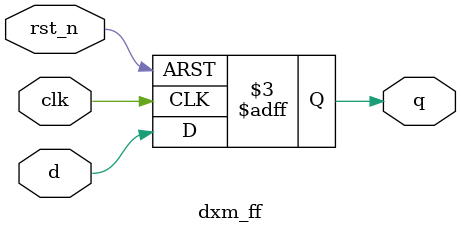
<source format=v>
module dxm_ff(clk, rst_n, d, q);
`include "cc_params.inc"    
`ifdef DX_INTERNAL_ENV
    `define SIM_CDC
    `define DXM_DFF_HOLD 0.5
    `define DXM_DFF_SETUP 1 
`endif
input  clk, rst_n;
input  d;
output  q;
reg q;
always @(posedge clk or negedge rst_n)
   if (~rst_n) q <= 1'b0;
   else q <=#1 d;
endmodule

</source>
